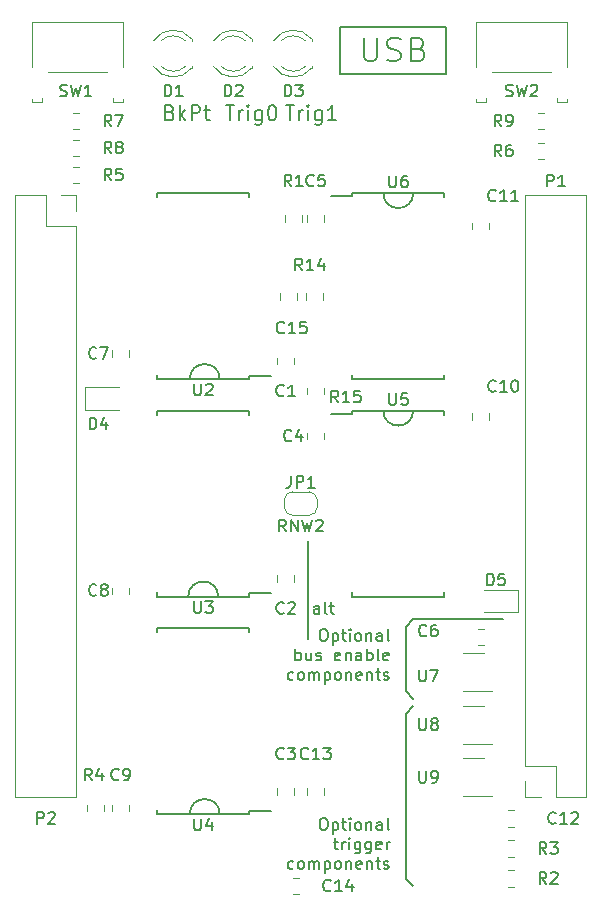
<source format=gto>
G04 #@! TF.GenerationSoftware,KiCad,Pcbnew,5.1.4-e60b266~84~ubuntu18.04.1*
G04 #@! TF.CreationDate,2019-09-22T15:45:03+01:00*
G04 #@! TF.ProjectId,6502_adapter,36353032-5f61-4646-9170-7465722e6b69,rev?*
G04 #@! TF.SameCoordinates,PX9fdfbc0PY791ddc0*
G04 #@! TF.FileFunction,Legend,Top*
G04 #@! TF.FilePolarity,Positive*
%FSLAX46Y46*%
G04 Gerber Fmt 4.6, Leading zero omitted, Abs format (unit mm)*
G04 Created by KiCad (PCBNEW 5.1.4-e60b266~84~ubuntu18.04.1) date 2019-09-22 15:45:03*
%MOMM*%
%LPD*%
G04 APERTURE LIST*
%ADD10C,0.150000*%
%ADD11C,0.200000*%
%ADD12C,0.120000*%
G04 APERTURE END LIST*
D10*
X26971666Y26852620D02*
X26971666Y27376429D01*
X26924047Y27471667D01*
X26828809Y27519286D01*
X26638333Y27519286D01*
X26543095Y27471667D01*
X26971666Y26900239D02*
X26876428Y26852620D01*
X26638333Y26852620D01*
X26543095Y26900239D01*
X26495476Y26995477D01*
X26495476Y27090715D01*
X26543095Y27185953D01*
X26638333Y27233572D01*
X26876428Y27233572D01*
X26971666Y27281191D01*
X27590714Y26852620D02*
X27495476Y26900239D01*
X27447857Y26995477D01*
X27447857Y27852620D01*
X27828809Y27519286D02*
X28209761Y27519286D01*
X27971666Y27852620D02*
X27971666Y26995477D01*
X28019285Y26900239D01*
X28114523Y26852620D01*
X28209761Y26852620D01*
X26035000Y33020000D02*
X26035000Y24765000D01*
X27239976Y25565620D02*
X27430452Y25565620D01*
X27525690Y25518000D01*
X27620928Y25422762D01*
X27668547Y25232286D01*
X27668547Y24898953D01*
X27620928Y24708477D01*
X27525690Y24613239D01*
X27430452Y24565620D01*
X27239976Y24565620D01*
X27144738Y24613239D01*
X27049500Y24708477D01*
X27001880Y24898953D01*
X27001880Y25232286D01*
X27049500Y25422762D01*
X27144738Y25518000D01*
X27239976Y25565620D01*
X28097119Y25232286D02*
X28097119Y24232286D01*
X28097119Y25184667D02*
X28192357Y25232286D01*
X28382833Y25232286D01*
X28478071Y25184667D01*
X28525690Y25137048D01*
X28573309Y25041810D01*
X28573309Y24756096D01*
X28525690Y24660858D01*
X28478071Y24613239D01*
X28382833Y24565620D01*
X28192357Y24565620D01*
X28097119Y24613239D01*
X28859023Y25232286D02*
X29239976Y25232286D01*
X29001880Y25565620D02*
X29001880Y24708477D01*
X29049500Y24613239D01*
X29144738Y24565620D01*
X29239976Y24565620D01*
X29573309Y24565620D02*
X29573309Y25232286D01*
X29573309Y25565620D02*
X29525690Y25518000D01*
X29573309Y25470381D01*
X29620928Y25518000D01*
X29573309Y25565620D01*
X29573309Y25470381D01*
X30192357Y24565620D02*
X30097119Y24613239D01*
X30049500Y24660858D01*
X30001880Y24756096D01*
X30001880Y25041810D01*
X30049500Y25137048D01*
X30097119Y25184667D01*
X30192357Y25232286D01*
X30335214Y25232286D01*
X30430452Y25184667D01*
X30478071Y25137048D01*
X30525690Y25041810D01*
X30525690Y24756096D01*
X30478071Y24660858D01*
X30430452Y24613239D01*
X30335214Y24565620D01*
X30192357Y24565620D01*
X30954261Y25232286D02*
X30954261Y24565620D01*
X30954261Y25137048D02*
X31001880Y25184667D01*
X31097119Y25232286D01*
X31239976Y25232286D01*
X31335214Y25184667D01*
X31382833Y25089429D01*
X31382833Y24565620D01*
X32287595Y24565620D02*
X32287595Y25089429D01*
X32239976Y25184667D01*
X32144738Y25232286D01*
X31954261Y25232286D01*
X31859023Y25184667D01*
X32287595Y24613239D02*
X32192357Y24565620D01*
X31954261Y24565620D01*
X31859023Y24613239D01*
X31811404Y24708477D01*
X31811404Y24803715D01*
X31859023Y24898953D01*
X31954261Y24946572D01*
X32192357Y24946572D01*
X32287595Y24994191D01*
X32906642Y24565620D02*
X32811404Y24613239D01*
X32763785Y24708477D01*
X32763785Y25565620D01*
X24954261Y22915620D02*
X24954261Y23915620D01*
X24954261Y23534667D02*
X25049500Y23582286D01*
X25239976Y23582286D01*
X25335214Y23534667D01*
X25382833Y23487048D01*
X25430452Y23391810D01*
X25430452Y23106096D01*
X25382833Y23010858D01*
X25335214Y22963239D01*
X25239976Y22915620D01*
X25049500Y22915620D01*
X24954261Y22963239D01*
X26287595Y23582286D02*
X26287595Y22915620D01*
X25859023Y23582286D02*
X25859023Y23058477D01*
X25906642Y22963239D01*
X26001880Y22915620D01*
X26144738Y22915620D01*
X26239976Y22963239D01*
X26287595Y23010858D01*
X26716166Y22963239D02*
X26811404Y22915620D01*
X27001880Y22915620D01*
X27097119Y22963239D01*
X27144738Y23058477D01*
X27144738Y23106096D01*
X27097119Y23201334D01*
X27001880Y23248953D01*
X26859023Y23248953D01*
X26763785Y23296572D01*
X26716166Y23391810D01*
X26716166Y23439429D01*
X26763785Y23534667D01*
X26859023Y23582286D01*
X27001880Y23582286D01*
X27097119Y23534667D01*
X28716166Y22963239D02*
X28620928Y22915620D01*
X28430452Y22915620D01*
X28335214Y22963239D01*
X28287595Y23058477D01*
X28287595Y23439429D01*
X28335214Y23534667D01*
X28430452Y23582286D01*
X28620928Y23582286D01*
X28716166Y23534667D01*
X28763785Y23439429D01*
X28763785Y23344191D01*
X28287595Y23248953D01*
X29192357Y23582286D02*
X29192357Y22915620D01*
X29192357Y23487048D02*
X29239976Y23534667D01*
X29335214Y23582286D01*
X29478071Y23582286D01*
X29573309Y23534667D01*
X29620928Y23439429D01*
X29620928Y22915620D01*
X30525690Y22915620D02*
X30525690Y23439429D01*
X30478071Y23534667D01*
X30382833Y23582286D01*
X30192357Y23582286D01*
X30097119Y23534667D01*
X30525690Y22963239D02*
X30430452Y22915620D01*
X30192357Y22915620D01*
X30097119Y22963239D01*
X30049500Y23058477D01*
X30049500Y23153715D01*
X30097119Y23248953D01*
X30192357Y23296572D01*
X30430452Y23296572D01*
X30525690Y23344191D01*
X31001880Y22915620D02*
X31001880Y23915620D01*
X31001880Y23534667D02*
X31097119Y23582286D01*
X31287595Y23582286D01*
X31382833Y23534667D01*
X31430452Y23487048D01*
X31478071Y23391810D01*
X31478071Y23106096D01*
X31430452Y23010858D01*
X31382833Y22963239D01*
X31287595Y22915620D01*
X31097119Y22915620D01*
X31001880Y22963239D01*
X32049500Y22915620D02*
X31954261Y22963239D01*
X31906642Y23058477D01*
X31906642Y23915620D01*
X32811404Y22963239D02*
X32716166Y22915620D01*
X32525690Y22915620D01*
X32430452Y22963239D01*
X32382833Y23058477D01*
X32382833Y23439429D01*
X32430452Y23534667D01*
X32525690Y23582286D01*
X32716166Y23582286D01*
X32811404Y23534667D01*
X32859023Y23439429D01*
X32859023Y23344191D01*
X32382833Y23248953D01*
X24763785Y21313239D02*
X24668547Y21265620D01*
X24478071Y21265620D01*
X24382833Y21313239D01*
X24335214Y21360858D01*
X24287595Y21456096D01*
X24287595Y21741810D01*
X24335214Y21837048D01*
X24382833Y21884667D01*
X24478071Y21932286D01*
X24668547Y21932286D01*
X24763785Y21884667D01*
X25335214Y21265620D02*
X25239976Y21313239D01*
X25192357Y21360858D01*
X25144738Y21456096D01*
X25144738Y21741810D01*
X25192357Y21837048D01*
X25239976Y21884667D01*
X25335214Y21932286D01*
X25478071Y21932286D01*
X25573309Y21884667D01*
X25620928Y21837048D01*
X25668547Y21741810D01*
X25668547Y21456096D01*
X25620928Y21360858D01*
X25573309Y21313239D01*
X25478071Y21265620D01*
X25335214Y21265620D01*
X26097119Y21265620D02*
X26097119Y21932286D01*
X26097119Y21837048D02*
X26144738Y21884667D01*
X26239976Y21932286D01*
X26382833Y21932286D01*
X26478071Y21884667D01*
X26525690Y21789429D01*
X26525690Y21265620D01*
X26525690Y21789429D02*
X26573309Y21884667D01*
X26668547Y21932286D01*
X26811404Y21932286D01*
X26906642Y21884667D01*
X26954261Y21789429D01*
X26954261Y21265620D01*
X27430452Y21932286D02*
X27430452Y20932286D01*
X27430452Y21884667D02*
X27525690Y21932286D01*
X27716166Y21932286D01*
X27811404Y21884667D01*
X27859023Y21837048D01*
X27906642Y21741810D01*
X27906642Y21456096D01*
X27859023Y21360858D01*
X27811404Y21313239D01*
X27716166Y21265620D01*
X27525690Y21265620D01*
X27430452Y21313239D01*
X28478071Y21265620D02*
X28382833Y21313239D01*
X28335214Y21360858D01*
X28287595Y21456096D01*
X28287595Y21741810D01*
X28335214Y21837048D01*
X28382833Y21884667D01*
X28478071Y21932286D01*
X28620928Y21932286D01*
X28716166Y21884667D01*
X28763785Y21837048D01*
X28811404Y21741810D01*
X28811404Y21456096D01*
X28763785Y21360858D01*
X28716166Y21313239D01*
X28620928Y21265620D01*
X28478071Y21265620D01*
X29239976Y21932286D02*
X29239976Y21265620D01*
X29239976Y21837048D02*
X29287595Y21884667D01*
X29382833Y21932286D01*
X29525690Y21932286D01*
X29620928Y21884667D01*
X29668547Y21789429D01*
X29668547Y21265620D01*
X30525690Y21313239D02*
X30430452Y21265620D01*
X30239976Y21265620D01*
X30144738Y21313239D01*
X30097119Y21408477D01*
X30097119Y21789429D01*
X30144738Y21884667D01*
X30239976Y21932286D01*
X30430452Y21932286D01*
X30525690Y21884667D01*
X30573309Y21789429D01*
X30573309Y21694191D01*
X30097119Y21598953D01*
X31001880Y21932286D02*
X31001880Y21265620D01*
X31001880Y21837048D02*
X31049500Y21884667D01*
X31144738Y21932286D01*
X31287595Y21932286D01*
X31382833Y21884667D01*
X31430452Y21789429D01*
X31430452Y21265620D01*
X31763785Y21932286D02*
X32144738Y21932286D01*
X31906642Y22265620D02*
X31906642Y21408477D01*
X31954261Y21313239D01*
X32049500Y21265620D01*
X32144738Y21265620D01*
X32430452Y21313239D02*
X32525690Y21265620D01*
X32716166Y21265620D01*
X32811404Y21313239D01*
X32859023Y21408477D01*
X32859023Y21456096D01*
X32811404Y21551334D01*
X32716166Y21598953D01*
X32573309Y21598953D01*
X32478071Y21646572D01*
X32430452Y21741810D01*
X32430452Y21789429D01*
X32478071Y21884667D01*
X32573309Y21932286D01*
X32716166Y21932286D01*
X32811404Y21884667D01*
X34290000Y20320000D02*
X34290000Y25781000D01*
X34925000Y19685000D02*
X34290000Y20320000D01*
X34925000Y19050000D02*
X34290000Y18415000D01*
X34925000Y26416000D02*
X42545000Y26416000D01*
X27239976Y9563620D02*
X27430452Y9563620D01*
X27525690Y9516000D01*
X27620928Y9420762D01*
X27668547Y9230286D01*
X27668547Y8896953D01*
X27620928Y8706477D01*
X27525690Y8611239D01*
X27430452Y8563620D01*
X27239976Y8563620D01*
X27144738Y8611239D01*
X27049500Y8706477D01*
X27001880Y8896953D01*
X27001880Y9230286D01*
X27049500Y9420762D01*
X27144738Y9516000D01*
X27239976Y9563620D01*
X28097119Y9230286D02*
X28097119Y8230286D01*
X28097119Y9182667D02*
X28192357Y9230286D01*
X28382833Y9230286D01*
X28478071Y9182667D01*
X28525690Y9135048D01*
X28573309Y9039810D01*
X28573309Y8754096D01*
X28525690Y8658858D01*
X28478071Y8611239D01*
X28382833Y8563620D01*
X28192357Y8563620D01*
X28097119Y8611239D01*
X28859023Y9230286D02*
X29239976Y9230286D01*
X29001880Y9563620D02*
X29001880Y8706477D01*
X29049500Y8611239D01*
X29144738Y8563620D01*
X29239976Y8563620D01*
X29573309Y8563620D02*
X29573309Y9230286D01*
X29573309Y9563620D02*
X29525690Y9516000D01*
X29573309Y9468381D01*
X29620928Y9516000D01*
X29573309Y9563620D01*
X29573309Y9468381D01*
X30192357Y8563620D02*
X30097119Y8611239D01*
X30049500Y8658858D01*
X30001880Y8754096D01*
X30001880Y9039810D01*
X30049500Y9135048D01*
X30097119Y9182667D01*
X30192357Y9230286D01*
X30335214Y9230286D01*
X30430452Y9182667D01*
X30478071Y9135048D01*
X30525690Y9039810D01*
X30525690Y8754096D01*
X30478071Y8658858D01*
X30430452Y8611239D01*
X30335214Y8563620D01*
X30192357Y8563620D01*
X30954261Y9230286D02*
X30954261Y8563620D01*
X30954261Y9135048D02*
X31001880Y9182667D01*
X31097119Y9230286D01*
X31239976Y9230286D01*
X31335214Y9182667D01*
X31382833Y9087429D01*
X31382833Y8563620D01*
X32287595Y8563620D02*
X32287595Y9087429D01*
X32239976Y9182667D01*
X32144738Y9230286D01*
X31954261Y9230286D01*
X31859023Y9182667D01*
X32287595Y8611239D02*
X32192357Y8563620D01*
X31954261Y8563620D01*
X31859023Y8611239D01*
X31811404Y8706477D01*
X31811404Y8801715D01*
X31859023Y8896953D01*
X31954261Y8944572D01*
X32192357Y8944572D01*
X32287595Y8992191D01*
X32906642Y8563620D02*
X32811404Y8611239D01*
X32763785Y8706477D01*
X32763785Y9563620D01*
X28192357Y7580286D02*
X28573309Y7580286D01*
X28335214Y7913620D02*
X28335214Y7056477D01*
X28382833Y6961239D01*
X28478071Y6913620D01*
X28573309Y6913620D01*
X28906642Y6913620D02*
X28906642Y7580286D01*
X28906642Y7389810D02*
X28954261Y7485048D01*
X29001880Y7532667D01*
X29097119Y7580286D01*
X29192357Y7580286D01*
X29525690Y6913620D02*
X29525690Y7580286D01*
X29525690Y7913620D02*
X29478071Y7866000D01*
X29525690Y7818381D01*
X29573309Y7866000D01*
X29525690Y7913620D01*
X29525690Y7818381D01*
X30430452Y7580286D02*
X30430452Y6770762D01*
X30382833Y6675524D01*
X30335214Y6627905D01*
X30239976Y6580286D01*
X30097119Y6580286D01*
X30001880Y6627905D01*
X30430452Y6961239D02*
X30335214Y6913620D01*
X30144738Y6913620D01*
X30049500Y6961239D01*
X30001880Y7008858D01*
X29954261Y7104096D01*
X29954261Y7389810D01*
X30001880Y7485048D01*
X30049500Y7532667D01*
X30144738Y7580286D01*
X30335214Y7580286D01*
X30430452Y7532667D01*
X31335214Y7580286D02*
X31335214Y6770762D01*
X31287595Y6675524D01*
X31239976Y6627905D01*
X31144738Y6580286D01*
X31001880Y6580286D01*
X30906642Y6627905D01*
X31335214Y6961239D02*
X31239976Y6913620D01*
X31049500Y6913620D01*
X30954261Y6961239D01*
X30906642Y7008858D01*
X30859023Y7104096D01*
X30859023Y7389810D01*
X30906642Y7485048D01*
X30954261Y7532667D01*
X31049500Y7580286D01*
X31239976Y7580286D01*
X31335214Y7532667D01*
X32192357Y6961239D02*
X32097119Y6913620D01*
X31906642Y6913620D01*
X31811404Y6961239D01*
X31763785Y7056477D01*
X31763785Y7437429D01*
X31811404Y7532667D01*
X31906642Y7580286D01*
X32097119Y7580286D01*
X32192357Y7532667D01*
X32239976Y7437429D01*
X32239976Y7342191D01*
X31763785Y7246953D01*
X32668547Y6913620D02*
X32668547Y7580286D01*
X32668547Y7389810D02*
X32716166Y7485048D01*
X32763785Y7532667D01*
X32859023Y7580286D01*
X32954261Y7580286D01*
X24763785Y5311239D02*
X24668547Y5263620D01*
X24478071Y5263620D01*
X24382833Y5311239D01*
X24335214Y5358858D01*
X24287595Y5454096D01*
X24287595Y5739810D01*
X24335214Y5835048D01*
X24382833Y5882667D01*
X24478071Y5930286D01*
X24668547Y5930286D01*
X24763785Y5882667D01*
X25335214Y5263620D02*
X25239976Y5311239D01*
X25192357Y5358858D01*
X25144738Y5454096D01*
X25144738Y5739810D01*
X25192357Y5835048D01*
X25239976Y5882667D01*
X25335214Y5930286D01*
X25478071Y5930286D01*
X25573309Y5882667D01*
X25620928Y5835048D01*
X25668547Y5739810D01*
X25668547Y5454096D01*
X25620928Y5358858D01*
X25573309Y5311239D01*
X25478071Y5263620D01*
X25335214Y5263620D01*
X26097119Y5263620D02*
X26097119Y5930286D01*
X26097119Y5835048D02*
X26144738Y5882667D01*
X26239976Y5930286D01*
X26382833Y5930286D01*
X26478071Y5882667D01*
X26525690Y5787429D01*
X26525690Y5263620D01*
X26525690Y5787429D02*
X26573309Y5882667D01*
X26668547Y5930286D01*
X26811404Y5930286D01*
X26906642Y5882667D01*
X26954261Y5787429D01*
X26954261Y5263620D01*
X27430452Y5930286D02*
X27430452Y4930286D01*
X27430452Y5882667D02*
X27525690Y5930286D01*
X27716166Y5930286D01*
X27811404Y5882667D01*
X27859023Y5835048D01*
X27906642Y5739810D01*
X27906642Y5454096D01*
X27859023Y5358858D01*
X27811404Y5311239D01*
X27716166Y5263620D01*
X27525690Y5263620D01*
X27430452Y5311239D01*
X28478071Y5263620D02*
X28382833Y5311239D01*
X28335214Y5358858D01*
X28287595Y5454096D01*
X28287595Y5739810D01*
X28335214Y5835048D01*
X28382833Y5882667D01*
X28478071Y5930286D01*
X28620928Y5930286D01*
X28716166Y5882667D01*
X28763785Y5835048D01*
X28811404Y5739810D01*
X28811404Y5454096D01*
X28763785Y5358858D01*
X28716166Y5311239D01*
X28620928Y5263620D01*
X28478071Y5263620D01*
X29239976Y5930286D02*
X29239976Y5263620D01*
X29239976Y5835048D02*
X29287595Y5882667D01*
X29382833Y5930286D01*
X29525690Y5930286D01*
X29620928Y5882667D01*
X29668547Y5787429D01*
X29668547Y5263620D01*
X30525690Y5311239D02*
X30430452Y5263620D01*
X30239976Y5263620D01*
X30144738Y5311239D01*
X30097119Y5406477D01*
X30097119Y5787429D01*
X30144738Y5882667D01*
X30239976Y5930286D01*
X30430452Y5930286D01*
X30525690Y5882667D01*
X30573309Y5787429D01*
X30573309Y5692191D01*
X30097119Y5596953D01*
X31001880Y5930286D02*
X31001880Y5263620D01*
X31001880Y5835048D02*
X31049500Y5882667D01*
X31144738Y5930286D01*
X31287595Y5930286D01*
X31382833Y5882667D01*
X31430452Y5787429D01*
X31430452Y5263620D01*
X31763785Y5930286D02*
X32144738Y5930286D01*
X31906642Y6263620D02*
X31906642Y5406477D01*
X31954261Y5311239D01*
X32049500Y5263620D01*
X32144738Y5263620D01*
X32430452Y5311239D02*
X32525690Y5263620D01*
X32716166Y5263620D01*
X32811404Y5311239D01*
X32859023Y5406477D01*
X32859023Y5454096D01*
X32811404Y5549334D01*
X32716166Y5596953D01*
X32573309Y5596953D01*
X32478071Y5644572D01*
X32430452Y5739810D01*
X32430452Y5787429D01*
X32478071Y5882667D01*
X32573309Y5930286D01*
X32716166Y5930286D01*
X32811404Y5882667D01*
X34290000Y4445000D02*
X34925000Y3810000D01*
X34290000Y18415000D02*
X34290000Y4445000D01*
X34925000Y26416000D02*
X34290000Y25781000D01*
X24138095Y33837620D02*
X23804761Y34313810D01*
X23566666Y33837620D02*
X23566666Y34837620D01*
X23947619Y34837620D01*
X24042857Y34790000D01*
X24090476Y34742381D01*
X24138095Y34647143D01*
X24138095Y34504286D01*
X24090476Y34409048D01*
X24042857Y34361429D01*
X23947619Y34313810D01*
X23566666Y34313810D01*
X24566666Y33837620D02*
X24566666Y34837620D01*
X25138095Y33837620D01*
X25138095Y34837620D01*
X25519047Y34837620D02*
X25757142Y33837620D01*
X25947619Y34551905D01*
X26138095Y33837620D01*
X26376190Y34837620D01*
X26709523Y34742381D02*
X26757142Y34790000D01*
X26852380Y34837620D01*
X27090476Y34837620D01*
X27185714Y34790000D01*
X27233333Y34742381D01*
X27280952Y34647143D01*
X27280952Y34551905D01*
X27233333Y34409048D01*
X26661904Y33837620D01*
X27280952Y33837620D01*
X16002000Y46736000D02*
G75*
G02X18542000Y46736000I1270000J0D01*
G01*
X16002000Y9906000D02*
G75*
G02X18542000Y9906000I1270000J0D01*
G01*
X15875000Y28321000D02*
G75*
G02X18415000Y28321000I1270000J0D01*
G01*
X34925000Y44069000D02*
G75*
G02X32385000Y44069000I-1270000J0D01*
G01*
X34925000Y62484000D02*
G75*
G02X32385000Y62484000I-1270000J0D01*
G01*
D11*
X14306285Y69304286D02*
X14484857Y69244762D01*
X14544380Y69185239D01*
X14603904Y69066191D01*
X14603904Y68887620D01*
X14544380Y68768572D01*
X14484857Y68709048D01*
X14365809Y68649524D01*
X13889619Y68649524D01*
X13889619Y69899524D01*
X14306285Y69899524D01*
X14425333Y69840000D01*
X14484857Y69780477D01*
X14544380Y69661429D01*
X14544380Y69542381D01*
X14484857Y69423334D01*
X14425333Y69363810D01*
X14306285Y69304286D01*
X13889619Y69304286D01*
X15139619Y68649524D02*
X15139619Y69899524D01*
X15258666Y69125715D02*
X15615809Y68649524D01*
X15615809Y69482858D02*
X15139619Y69006667D01*
X16151523Y68649524D02*
X16151523Y69899524D01*
X16627714Y69899524D01*
X16746761Y69840000D01*
X16806285Y69780477D01*
X16865809Y69661429D01*
X16865809Y69482858D01*
X16806285Y69363810D01*
X16746761Y69304286D01*
X16627714Y69244762D01*
X16151523Y69244762D01*
X17222952Y69482858D02*
X17699142Y69482858D01*
X17401523Y69899524D02*
X17401523Y68828096D01*
X17461047Y68709048D01*
X17580095Y68649524D01*
X17699142Y68649524D01*
X24125047Y69899524D02*
X24839333Y69899524D01*
X24482190Y68649524D02*
X24482190Y69899524D01*
X25256000Y68649524D02*
X25256000Y69482858D01*
X25256000Y69244762D02*
X25315523Y69363810D01*
X25375047Y69423334D01*
X25494095Y69482858D01*
X25613142Y69482858D01*
X26029809Y68649524D02*
X26029809Y69482858D01*
X26029809Y69899524D02*
X25970285Y69840000D01*
X26029809Y69780477D01*
X26089333Y69840000D01*
X26029809Y69899524D01*
X26029809Y69780477D01*
X27160761Y69482858D02*
X27160761Y68470953D01*
X27101238Y68351905D01*
X27041714Y68292381D01*
X26922666Y68232858D01*
X26744095Y68232858D01*
X26625047Y68292381D01*
X27160761Y68709048D02*
X27041714Y68649524D01*
X26803619Y68649524D01*
X26684571Y68709048D01*
X26625047Y68768572D01*
X26565523Y68887620D01*
X26565523Y69244762D01*
X26625047Y69363810D01*
X26684571Y69423334D01*
X26803619Y69482858D01*
X27041714Y69482858D01*
X27160761Y69423334D01*
X28410761Y68649524D02*
X27696476Y68649524D01*
X28053619Y68649524D02*
X28053619Y69899524D01*
X27934571Y69720953D01*
X27815523Y69601905D01*
X27696476Y69542381D01*
X19045047Y69899524D02*
X19759333Y69899524D01*
X19402190Y68649524D02*
X19402190Y69899524D01*
X20176000Y68649524D02*
X20176000Y69482858D01*
X20176000Y69244762D02*
X20235523Y69363810D01*
X20295047Y69423334D01*
X20414095Y69482858D01*
X20533142Y69482858D01*
X20949809Y68649524D02*
X20949809Y69482858D01*
X20949809Y69899524D02*
X20890285Y69840000D01*
X20949809Y69780477D01*
X21009333Y69840000D01*
X20949809Y69899524D01*
X20949809Y69780477D01*
X22080761Y69482858D02*
X22080761Y68470953D01*
X22021238Y68351905D01*
X21961714Y68292381D01*
X21842666Y68232858D01*
X21664095Y68232858D01*
X21545047Y68292381D01*
X22080761Y68709048D02*
X21961714Y68649524D01*
X21723619Y68649524D01*
X21604571Y68709048D01*
X21545047Y68768572D01*
X21485523Y68887620D01*
X21485523Y69244762D01*
X21545047Y69363810D01*
X21604571Y69423334D01*
X21723619Y69482858D01*
X21961714Y69482858D01*
X22080761Y69423334D01*
X22914095Y69899524D02*
X23033142Y69899524D01*
X23152190Y69840000D01*
X23211714Y69780477D01*
X23271238Y69661429D01*
X23330761Y69423334D01*
X23330761Y69125715D01*
X23271238Y68887620D01*
X23211714Y68768572D01*
X23152190Y68709048D01*
X23033142Y68649524D01*
X22914095Y68649524D01*
X22795047Y68709048D01*
X22735523Y68768572D01*
X22676000Y68887620D01*
X22616476Y69125715D01*
X22616476Y69423334D01*
X22676000Y69661429D01*
X22735523Y69780477D01*
X22795047Y69840000D01*
X22914095Y69899524D01*
X30716190Y75635239D02*
X30716190Y74016191D01*
X30811428Y73825715D01*
X30906666Y73730477D01*
X31097142Y73635239D01*
X31478095Y73635239D01*
X31668571Y73730477D01*
X31763809Y73825715D01*
X31859047Y74016191D01*
X31859047Y75635239D01*
X32716190Y73730477D02*
X33001904Y73635239D01*
X33478095Y73635239D01*
X33668571Y73730477D01*
X33763809Y73825715D01*
X33859047Y74016191D01*
X33859047Y74206667D01*
X33763809Y74397143D01*
X33668571Y74492381D01*
X33478095Y74587620D01*
X33097142Y74682858D01*
X32906666Y74778096D01*
X32811428Y74873334D01*
X32716190Y75063810D01*
X32716190Y75254286D01*
X32811428Y75444762D01*
X32906666Y75540000D01*
X33097142Y75635239D01*
X33573333Y75635239D01*
X33859047Y75540000D01*
X35382857Y74682858D02*
X35668571Y74587620D01*
X35763809Y74492381D01*
X35859047Y74301905D01*
X35859047Y74016191D01*
X35763809Y73825715D01*
X35668571Y73730477D01*
X35478095Y73635239D01*
X34716190Y73635239D01*
X34716190Y75635239D01*
X35382857Y75635239D01*
X35573333Y75540000D01*
X35668571Y75444762D01*
X35763809Y75254286D01*
X35763809Y75063810D01*
X35668571Y74873334D01*
X35573333Y74778096D01*
X35382857Y74682858D01*
X34716190Y74682858D01*
D10*
X28740000Y72540000D02*
X28740000Y76540000D01*
X37740000Y72540000D02*
X28740000Y72540000D01*
X37740000Y76540000D02*
X37740000Y72540000D01*
X28740000Y76540000D02*
X37740000Y76540000D01*
D12*
X27253000Y53468748D02*
X27253000Y53991252D01*
X25833000Y53468748D02*
X25833000Y53991252D01*
X25094000Y53468748D02*
X25094000Y53991252D01*
X23674000Y53468748D02*
X23674000Y53991252D01*
X42918748Y7695000D02*
X43441252Y7695000D01*
X42918748Y6275000D02*
X43441252Y6275000D01*
D10*
X21020000Y47010000D02*
X22845000Y47010000D01*
X21020000Y62485000D02*
X13270000Y62485000D01*
X21020000Y46735000D02*
X13270000Y46735000D01*
X21020000Y62485000D02*
X21020000Y62120000D01*
X13270000Y62485000D02*
X13270000Y62120000D01*
X13270000Y46735000D02*
X13270000Y47100000D01*
X21020000Y46735000D02*
X21020000Y47010000D01*
D12*
X24700000Y37195000D02*
X26100000Y37195000D01*
X26800000Y36495000D02*
X26800000Y35895000D01*
X26100000Y35195000D02*
X24700000Y35195000D01*
X24000000Y35895000D02*
X24000000Y36495000D01*
X24000000Y36495000D02*
G75*
G02X24700000Y37195000I700000J0D01*
G01*
X24700000Y35195000D02*
G75*
G02X24000000Y35895000I0J700000D01*
G01*
X26800000Y35895000D02*
G75*
G02X26100000Y35195000I-700000J0D01*
G01*
X26100000Y37195000D02*
G75*
G02X26800000Y36495000I0J-700000D01*
G01*
X42918748Y8815000D02*
X43441252Y8815000D01*
X42918748Y10235000D02*
X43441252Y10235000D01*
X40378748Y24182000D02*
X40901252Y24182000D01*
X40378748Y25602000D02*
X40901252Y25602000D01*
X47085000Y70175000D02*
X47085000Y70525000D01*
X47975000Y70175000D02*
X47085000Y70175000D01*
X47975000Y70475000D02*
X47975000Y70175000D01*
X47975000Y73115000D02*
X47975000Y76965000D01*
X47975000Y76965000D02*
X40235000Y76965000D01*
X40235000Y76965000D02*
X40235000Y73115000D01*
X41615000Y72725000D02*
X46595000Y72725000D01*
X41125000Y70175000D02*
X40235000Y70175000D01*
X41125000Y70175000D02*
X41125000Y70525000D01*
X40235000Y70475000D02*
X40235000Y70175000D01*
X9484500Y70175000D02*
X9484500Y70525000D01*
X10374500Y70175000D02*
X9484500Y70175000D01*
X10374500Y70475000D02*
X10374500Y70175000D01*
X10374500Y73115000D02*
X10374500Y76965000D01*
X10374500Y76965000D02*
X2634500Y76965000D01*
X2634500Y76965000D02*
X2634500Y73115000D01*
X4014500Y72725000D02*
X8994500Y72725000D01*
X3524500Y70175000D02*
X2634500Y70175000D01*
X3524500Y70175000D02*
X3524500Y70525000D01*
X2634500Y70475000D02*
X2634500Y70175000D01*
X21245000Y75375000D02*
X21245000Y75531000D01*
X21245000Y73059000D02*
X21245000Y73215000D01*
X18643870Y75374837D02*
G75*
G02X20725961Y75375000I1041130J-1079837D01*
G01*
X18643870Y73215163D02*
G75*
G03X20725961Y73215000I1041130J1079837D01*
G01*
X18012665Y75373608D02*
G75*
G02X21245000Y75530516I1672335J-1078608D01*
G01*
X18012665Y73216392D02*
G75*
G03X21245000Y73059484I1672335J1078608D01*
G01*
X26325000Y75375000D02*
X26325000Y75531000D01*
X26325000Y73059000D02*
X26325000Y73215000D01*
X23723870Y75374837D02*
G75*
G02X25805961Y75375000I1041130J-1079837D01*
G01*
X23723870Y73215163D02*
G75*
G03X25805961Y73215000I1041130J1079837D01*
G01*
X23092665Y75373608D02*
G75*
G02X26325000Y75530516I1672335J-1078608D01*
G01*
X23092665Y73216392D02*
G75*
G03X26325000Y73059484I1672335J1078608D01*
G01*
X16165000Y75375000D02*
X16165000Y75531000D01*
X16165000Y73059000D02*
X16165000Y73215000D01*
X13563870Y75374837D02*
G75*
G02X15645961Y75375000I1041130J-1079837D01*
G01*
X13563870Y73215163D02*
G75*
G03X15645961Y73215000I1041130J1079837D01*
G01*
X12932665Y75373608D02*
G75*
G02X16165000Y75530516I1672335J-1078608D01*
G01*
X12932665Y73216392D02*
G75*
G03X16165000Y73059484I1672335J1078608D01*
G01*
X5080000Y62290000D02*
X6410000Y62290000D01*
X6410000Y62290000D02*
X6410000Y60960000D01*
X3810000Y62290000D02*
X3810000Y59690000D01*
X3810000Y59690000D02*
X6410000Y59690000D01*
X6410000Y59690000D02*
X6410000Y11370000D01*
X1210000Y11370000D02*
X6410000Y11370000D01*
X1210000Y62290000D02*
X1210000Y11370000D01*
X1210000Y62290000D02*
X3810000Y62290000D01*
X45720000Y11370000D02*
X44390000Y11370000D01*
X44390000Y11370000D02*
X44390000Y12700000D01*
X46990000Y11370000D02*
X46990000Y13970000D01*
X46990000Y13970000D02*
X44390000Y13970000D01*
X44390000Y13970000D02*
X44390000Y62290000D01*
X49590000Y62290000D02*
X44390000Y62290000D01*
X49590000Y11370000D02*
X49590000Y62290000D01*
X49590000Y11370000D02*
X46990000Y11370000D01*
X39105000Y11405000D02*
X41555000Y11405000D01*
X40905000Y14625000D02*
X39105000Y14625000D01*
X39105000Y15850000D02*
X41555000Y15850000D01*
X40905000Y19070000D02*
X39105000Y19070000D01*
X39105000Y20300000D02*
X41555000Y20300000D01*
X40905000Y23520000D02*
X39105000Y23520000D01*
X45981252Y69290000D02*
X45458748Y69290000D01*
X45981252Y67870000D02*
X45458748Y67870000D01*
X6088748Y65584000D02*
X6611252Y65584000D01*
X6088748Y67004000D02*
X6611252Y67004000D01*
X6088748Y67870000D02*
X6611252Y67870000D01*
X6088748Y69290000D02*
X6611252Y69290000D01*
X45458748Y65330000D02*
X45981252Y65330000D01*
X45458748Y66750000D02*
X45981252Y66750000D01*
X6611252Y64718000D02*
X6088748Y64718000D01*
X6611252Y63298000D02*
X6088748Y63298000D01*
X7291000Y10666252D02*
X7291000Y10143748D01*
X8711000Y10666252D02*
X8711000Y10143748D01*
X42918748Y5155000D02*
X43441252Y5155000D01*
X42918748Y3735000D02*
X43441252Y3735000D01*
X27380000Y45458748D02*
X27380000Y45981252D01*
X25960000Y45458748D02*
X25960000Y45981252D01*
X43770000Y28900000D02*
X40910000Y28900000D01*
X43770000Y26980000D02*
X43770000Y28900000D01*
X40910000Y26980000D02*
X43770000Y26980000D01*
X7148000Y44125000D02*
X10008000Y44125000D01*
X7148000Y46045000D02*
X7148000Y44125000D01*
X10008000Y46045000D02*
X7148000Y46045000D01*
X24055000Y60586252D02*
X24055000Y60063748D01*
X25475000Y60586252D02*
X25475000Y60063748D01*
X25271252Y4520000D02*
X24748748Y4520000D01*
X25271252Y3100000D02*
X24748748Y3100000D01*
X39930000Y59951252D02*
X39930000Y59428748D01*
X41350000Y59951252D02*
X41350000Y59428748D01*
X41350000Y43308748D02*
X41350000Y43831252D01*
X39930000Y43308748D02*
X39930000Y43831252D01*
X9450000Y10666252D02*
X9450000Y10143748D01*
X10870000Y10666252D02*
X10870000Y10143748D01*
X9450000Y29081252D02*
X9450000Y28558748D01*
X10870000Y29081252D02*
X10870000Y28558748D01*
X10870000Y48633748D02*
X10870000Y49156252D01*
X9450000Y48633748D02*
X9450000Y49156252D01*
X27380000Y11558748D02*
X27380000Y12081252D01*
X25960000Y11558748D02*
X25960000Y12081252D01*
X25960000Y60586252D02*
X25960000Y60063748D01*
X27380000Y60586252D02*
X27380000Y60063748D01*
X25960000Y42171252D02*
X25960000Y41648748D01*
X27380000Y42171252D02*
X27380000Y41648748D01*
X24840000Y11558748D02*
X24840000Y12081252D01*
X23420000Y11558748D02*
X23420000Y12081252D01*
X24840000Y29583748D02*
X24840000Y30106252D01*
X23420000Y29583748D02*
X23420000Y30106252D01*
X24840000Y47998748D02*
X24840000Y48521252D01*
X23420000Y47998748D02*
X23420000Y48521252D01*
D10*
X21020000Y28595000D02*
X22845000Y28595000D01*
X21020000Y44070000D02*
X13270000Y44070000D01*
X21020000Y28320000D02*
X13270000Y28320000D01*
X21020000Y44070000D02*
X21020000Y43705000D01*
X13270000Y44070000D02*
X13270000Y43705000D01*
X13270000Y28320000D02*
X13270000Y28685000D01*
X21020000Y28320000D02*
X21020000Y28595000D01*
X21020000Y10180000D02*
X22845000Y10180000D01*
X21020000Y25655000D02*
X13270000Y25655000D01*
X21020000Y9905000D02*
X13270000Y9905000D01*
X21020000Y25655000D02*
X21020000Y25290000D01*
X13270000Y25655000D02*
X13270000Y25290000D01*
X13270000Y9905000D02*
X13270000Y10270000D01*
X21020000Y9905000D02*
X21020000Y10180000D01*
X29780000Y43795000D02*
X27955000Y43795000D01*
X29780000Y28320000D02*
X37530000Y28320000D01*
X29780000Y44070000D02*
X37530000Y44070000D01*
X29780000Y28320000D02*
X29780000Y28685000D01*
X37530000Y28320000D02*
X37530000Y28685000D01*
X37530000Y44070000D02*
X37530000Y43705000D01*
X29780000Y44070000D02*
X29780000Y43795000D01*
X29780000Y62210000D02*
X27955000Y62210000D01*
X29780000Y46735000D02*
X37530000Y46735000D01*
X29780000Y62485000D02*
X37530000Y62485000D01*
X29780000Y46735000D02*
X29780000Y47100000D01*
X37530000Y46735000D02*
X37530000Y47100000D01*
X37530000Y62485000D02*
X37530000Y62120000D01*
X29780000Y62485000D02*
X29780000Y62210000D01*
X25519142Y55935620D02*
X25185809Y56411810D01*
X24947714Y55935620D02*
X24947714Y56935620D01*
X25328666Y56935620D01*
X25423904Y56888000D01*
X25471523Y56840381D01*
X25519142Y56745143D01*
X25519142Y56602286D01*
X25471523Y56507048D01*
X25423904Y56459429D01*
X25328666Y56411810D01*
X24947714Y56411810D01*
X26471523Y55935620D02*
X25900095Y55935620D01*
X26185809Y55935620D02*
X26185809Y56935620D01*
X26090571Y56792762D01*
X25995333Y56697524D01*
X25900095Y56649905D01*
X27328666Y56602286D02*
X27328666Y55935620D01*
X27090571Y56983239D02*
X26852476Y56268953D01*
X27471523Y56268953D01*
X23995142Y50696858D02*
X23947523Y50649239D01*
X23804666Y50601620D01*
X23709428Y50601620D01*
X23566571Y50649239D01*
X23471333Y50744477D01*
X23423714Y50839715D01*
X23376095Y51030191D01*
X23376095Y51173048D01*
X23423714Y51363524D01*
X23471333Y51458762D01*
X23566571Y51554000D01*
X23709428Y51601620D01*
X23804666Y51601620D01*
X23947523Y51554000D01*
X23995142Y51506381D01*
X24947523Y50601620D02*
X24376095Y50601620D01*
X24661809Y50601620D02*
X24661809Y51601620D01*
X24566571Y51458762D01*
X24471333Y51363524D01*
X24376095Y51315905D01*
X25852285Y51601620D02*
X25376095Y51601620D01*
X25328476Y51125429D01*
X25376095Y51173048D01*
X25471333Y51220667D01*
X25709428Y51220667D01*
X25804666Y51173048D01*
X25852285Y51125429D01*
X25899904Y51030191D01*
X25899904Y50792096D01*
X25852285Y50696858D01*
X25804666Y50649239D01*
X25709428Y50601620D01*
X25471333Y50601620D01*
X25376095Y50649239D01*
X25328476Y50696858D01*
X46188333Y6532620D02*
X45855000Y7008810D01*
X45616904Y6532620D02*
X45616904Y7532620D01*
X45997857Y7532620D01*
X46093095Y7485000D01*
X46140714Y7437381D01*
X46188333Y7342143D01*
X46188333Y7199286D01*
X46140714Y7104048D01*
X46093095Y7056429D01*
X45997857Y7008810D01*
X45616904Y7008810D01*
X46521666Y7532620D02*
X47140714Y7532620D01*
X46807380Y7151667D01*
X46950238Y7151667D01*
X47045476Y7104048D01*
X47093095Y7056429D01*
X47140714Y6961191D01*
X47140714Y6723096D01*
X47093095Y6627858D01*
X47045476Y6580239D01*
X46950238Y6532620D01*
X46664523Y6532620D01*
X46569285Y6580239D01*
X46521666Y6627858D01*
X16383095Y46357620D02*
X16383095Y45548096D01*
X16430714Y45452858D01*
X16478333Y45405239D01*
X16573571Y45357620D01*
X16764047Y45357620D01*
X16859285Y45405239D01*
X16906904Y45452858D01*
X16954523Y45548096D01*
X16954523Y46357620D01*
X17383095Y46262381D02*
X17430714Y46310000D01*
X17525952Y46357620D01*
X17764047Y46357620D01*
X17859285Y46310000D01*
X17906904Y46262381D01*
X17954523Y46167143D01*
X17954523Y46071905D01*
X17906904Y45929048D01*
X17335476Y45357620D01*
X17954523Y45357620D01*
X24566666Y38542620D02*
X24566666Y37828334D01*
X24519047Y37685477D01*
X24423809Y37590239D01*
X24280952Y37542620D01*
X24185714Y37542620D01*
X25042857Y37542620D02*
X25042857Y38542620D01*
X25423809Y38542620D01*
X25519047Y38495000D01*
X25566666Y38447381D01*
X25614285Y38352143D01*
X25614285Y38209286D01*
X25566666Y38114048D01*
X25519047Y38066429D01*
X25423809Y38018810D01*
X25042857Y38018810D01*
X26566666Y37542620D02*
X25995238Y37542620D01*
X26280952Y37542620D02*
X26280952Y38542620D01*
X26185714Y38399762D01*
X26090476Y38304524D01*
X25995238Y38256905D01*
X46982142Y9167858D02*
X46934523Y9120239D01*
X46791666Y9072620D01*
X46696428Y9072620D01*
X46553571Y9120239D01*
X46458333Y9215477D01*
X46410714Y9310715D01*
X46363095Y9501191D01*
X46363095Y9644048D01*
X46410714Y9834524D01*
X46458333Y9929762D01*
X46553571Y10025000D01*
X46696428Y10072620D01*
X46791666Y10072620D01*
X46934523Y10025000D01*
X46982142Y9977381D01*
X47934523Y9072620D02*
X47363095Y9072620D01*
X47648809Y9072620D02*
X47648809Y10072620D01*
X47553571Y9929762D01*
X47458333Y9834524D01*
X47363095Y9786905D01*
X48315476Y9977381D02*
X48363095Y10025000D01*
X48458333Y10072620D01*
X48696428Y10072620D01*
X48791666Y10025000D01*
X48839285Y9977381D01*
X48886904Y9882143D01*
X48886904Y9786905D01*
X48839285Y9644048D01*
X48267857Y9072620D01*
X48886904Y9072620D01*
X36028333Y25042858D02*
X35980714Y24995239D01*
X35837857Y24947620D01*
X35742619Y24947620D01*
X35599761Y24995239D01*
X35504523Y25090477D01*
X35456904Y25185715D01*
X35409285Y25376191D01*
X35409285Y25519048D01*
X35456904Y25709524D01*
X35504523Y25804762D01*
X35599761Y25900000D01*
X35742619Y25947620D01*
X35837857Y25947620D01*
X35980714Y25900000D01*
X36028333Y25852381D01*
X36885476Y25947620D02*
X36695000Y25947620D01*
X36599761Y25900000D01*
X36552142Y25852381D01*
X36456904Y25709524D01*
X36409285Y25519048D01*
X36409285Y25138096D01*
X36456904Y25042858D01*
X36504523Y24995239D01*
X36599761Y24947620D01*
X36790238Y24947620D01*
X36885476Y24995239D01*
X36933095Y25042858D01*
X36980714Y25138096D01*
X36980714Y25376191D01*
X36933095Y25471429D01*
X36885476Y25519048D01*
X36790238Y25566667D01*
X36599761Y25566667D01*
X36504523Y25519048D01*
X36456904Y25471429D01*
X36409285Y25376191D01*
X42771666Y70715239D02*
X42914523Y70667620D01*
X43152619Y70667620D01*
X43247857Y70715239D01*
X43295476Y70762858D01*
X43343095Y70858096D01*
X43343095Y70953334D01*
X43295476Y71048572D01*
X43247857Y71096191D01*
X43152619Y71143810D01*
X42962142Y71191429D01*
X42866904Y71239048D01*
X42819285Y71286667D01*
X42771666Y71381905D01*
X42771666Y71477143D01*
X42819285Y71572381D01*
X42866904Y71620000D01*
X42962142Y71667620D01*
X43200238Y71667620D01*
X43343095Y71620000D01*
X43676428Y71667620D02*
X43914523Y70667620D01*
X44105000Y71381905D01*
X44295476Y70667620D01*
X44533571Y71667620D01*
X44866904Y71572381D02*
X44914523Y71620000D01*
X45009761Y71667620D01*
X45247857Y71667620D01*
X45343095Y71620000D01*
X45390714Y71572381D01*
X45438333Y71477143D01*
X45438333Y71381905D01*
X45390714Y71239048D01*
X44819285Y70667620D01*
X45438333Y70667620D01*
X5016666Y70715239D02*
X5159523Y70667620D01*
X5397619Y70667620D01*
X5492857Y70715239D01*
X5540476Y70762858D01*
X5588095Y70858096D01*
X5588095Y70953334D01*
X5540476Y71048572D01*
X5492857Y71096191D01*
X5397619Y71143810D01*
X5207142Y71191429D01*
X5111904Y71239048D01*
X5064285Y71286667D01*
X5016666Y71381905D01*
X5016666Y71477143D01*
X5064285Y71572381D01*
X5111904Y71620000D01*
X5207142Y71667620D01*
X5445238Y71667620D01*
X5588095Y71620000D01*
X5921428Y71667620D02*
X6159523Y70667620D01*
X6350000Y71381905D01*
X6540476Y70667620D01*
X6778571Y71667620D01*
X7683333Y70667620D02*
X7111904Y70667620D01*
X7397619Y70667620D02*
X7397619Y71667620D01*
X7302380Y71524762D01*
X7207142Y71429524D01*
X7111904Y71381905D01*
X18946904Y70667620D02*
X18946904Y71667620D01*
X19185000Y71667620D01*
X19327857Y71620000D01*
X19423095Y71524762D01*
X19470714Y71429524D01*
X19518333Y71239048D01*
X19518333Y71096191D01*
X19470714Y70905715D01*
X19423095Y70810477D01*
X19327857Y70715239D01*
X19185000Y70667620D01*
X18946904Y70667620D01*
X19899285Y71572381D02*
X19946904Y71620000D01*
X20042142Y71667620D01*
X20280238Y71667620D01*
X20375476Y71620000D01*
X20423095Y71572381D01*
X20470714Y71477143D01*
X20470714Y71381905D01*
X20423095Y71239048D01*
X19851666Y70667620D01*
X20470714Y70667620D01*
X24026904Y70667620D02*
X24026904Y71667620D01*
X24265000Y71667620D01*
X24407857Y71620000D01*
X24503095Y71524762D01*
X24550714Y71429524D01*
X24598333Y71239048D01*
X24598333Y71096191D01*
X24550714Y70905715D01*
X24503095Y70810477D01*
X24407857Y70715239D01*
X24265000Y70667620D01*
X24026904Y70667620D01*
X24931666Y71667620D02*
X25550714Y71667620D01*
X25217380Y71286667D01*
X25360238Y71286667D01*
X25455476Y71239048D01*
X25503095Y71191429D01*
X25550714Y71096191D01*
X25550714Y70858096D01*
X25503095Y70762858D01*
X25455476Y70715239D01*
X25360238Y70667620D01*
X25074523Y70667620D01*
X24979285Y70715239D01*
X24931666Y70762858D01*
X13866904Y70667620D02*
X13866904Y71667620D01*
X14105000Y71667620D01*
X14247857Y71620000D01*
X14343095Y71524762D01*
X14390714Y71429524D01*
X14438333Y71239048D01*
X14438333Y71096191D01*
X14390714Y70905715D01*
X14343095Y70810477D01*
X14247857Y70715239D01*
X14105000Y70667620D01*
X13866904Y70667620D01*
X15390714Y70667620D02*
X14819285Y70667620D01*
X15105000Y70667620D02*
X15105000Y71667620D01*
X15009761Y71524762D01*
X14914523Y71429524D01*
X14819285Y71381905D01*
X3071904Y9072620D02*
X3071904Y10072620D01*
X3452857Y10072620D01*
X3548095Y10025000D01*
X3595714Y9977381D01*
X3643333Y9882143D01*
X3643333Y9739286D01*
X3595714Y9644048D01*
X3548095Y9596429D01*
X3452857Y9548810D01*
X3071904Y9548810D01*
X4024285Y9977381D02*
X4071904Y10025000D01*
X4167142Y10072620D01*
X4405238Y10072620D01*
X4500476Y10025000D01*
X4548095Y9977381D01*
X4595714Y9882143D01*
X4595714Y9786905D01*
X4548095Y9644048D01*
X3976666Y9072620D01*
X4595714Y9072620D01*
X46251904Y63047620D02*
X46251904Y64047620D01*
X46632857Y64047620D01*
X46728095Y64000000D01*
X46775714Y63952381D01*
X46823333Y63857143D01*
X46823333Y63714286D01*
X46775714Y63619048D01*
X46728095Y63571429D01*
X46632857Y63523810D01*
X46251904Y63523810D01*
X47775714Y63047620D02*
X47204285Y63047620D01*
X47490000Y63047620D02*
X47490000Y64047620D01*
X47394761Y63904762D01*
X47299523Y63809524D01*
X47204285Y63761905D01*
X35433095Y13562620D02*
X35433095Y12753096D01*
X35480714Y12657858D01*
X35528333Y12610239D01*
X35623571Y12562620D01*
X35814047Y12562620D01*
X35909285Y12610239D01*
X35956904Y12657858D01*
X36004523Y12753096D01*
X36004523Y13562620D01*
X36528333Y12562620D02*
X36718809Y12562620D01*
X36814047Y12610239D01*
X36861666Y12657858D01*
X36956904Y12800715D01*
X37004523Y12991191D01*
X37004523Y13372143D01*
X36956904Y13467381D01*
X36909285Y13515000D01*
X36814047Y13562620D01*
X36623571Y13562620D01*
X36528333Y13515000D01*
X36480714Y13467381D01*
X36433095Y13372143D01*
X36433095Y13134048D01*
X36480714Y13038810D01*
X36528333Y12991191D01*
X36623571Y12943572D01*
X36814047Y12943572D01*
X36909285Y12991191D01*
X36956904Y13038810D01*
X37004523Y13134048D01*
X35433095Y18007620D02*
X35433095Y17198096D01*
X35480714Y17102858D01*
X35528333Y17055239D01*
X35623571Y17007620D01*
X35814047Y17007620D01*
X35909285Y17055239D01*
X35956904Y17102858D01*
X36004523Y17198096D01*
X36004523Y18007620D01*
X36623571Y17579048D02*
X36528333Y17626667D01*
X36480714Y17674286D01*
X36433095Y17769524D01*
X36433095Y17817143D01*
X36480714Y17912381D01*
X36528333Y17960000D01*
X36623571Y18007620D01*
X36814047Y18007620D01*
X36909285Y17960000D01*
X36956904Y17912381D01*
X37004523Y17817143D01*
X37004523Y17769524D01*
X36956904Y17674286D01*
X36909285Y17626667D01*
X36814047Y17579048D01*
X36623571Y17579048D01*
X36528333Y17531429D01*
X36480714Y17483810D01*
X36433095Y17388572D01*
X36433095Y17198096D01*
X36480714Y17102858D01*
X36528333Y17055239D01*
X36623571Y17007620D01*
X36814047Y17007620D01*
X36909285Y17055239D01*
X36956904Y17102858D01*
X37004523Y17198096D01*
X37004523Y17388572D01*
X36956904Y17483810D01*
X36909285Y17531429D01*
X36814047Y17579048D01*
X35433095Y22137620D02*
X35433095Y21328096D01*
X35480714Y21232858D01*
X35528333Y21185239D01*
X35623571Y21137620D01*
X35814047Y21137620D01*
X35909285Y21185239D01*
X35956904Y21232858D01*
X36004523Y21328096D01*
X36004523Y22137620D01*
X36385476Y22137620D02*
X37052142Y22137620D01*
X36623571Y21137620D01*
X42378333Y68127620D02*
X42045000Y68603810D01*
X41806904Y68127620D02*
X41806904Y69127620D01*
X42187857Y69127620D01*
X42283095Y69080000D01*
X42330714Y69032381D01*
X42378333Y68937143D01*
X42378333Y68794286D01*
X42330714Y68699048D01*
X42283095Y68651429D01*
X42187857Y68603810D01*
X41806904Y68603810D01*
X42854523Y68127620D02*
X43045000Y68127620D01*
X43140238Y68175239D01*
X43187857Y68222858D01*
X43283095Y68365715D01*
X43330714Y68556191D01*
X43330714Y68937143D01*
X43283095Y69032381D01*
X43235476Y69080000D01*
X43140238Y69127620D01*
X42949761Y69127620D01*
X42854523Y69080000D01*
X42806904Y69032381D01*
X42759285Y68937143D01*
X42759285Y68699048D01*
X42806904Y68603810D01*
X42854523Y68556191D01*
X42949761Y68508572D01*
X43140238Y68508572D01*
X43235476Y68556191D01*
X43283095Y68603810D01*
X43330714Y68699048D01*
X9358333Y65841620D02*
X9025000Y66317810D01*
X8786904Y65841620D02*
X8786904Y66841620D01*
X9167857Y66841620D01*
X9263095Y66794000D01*
X9310714Y66746381D01*
X9358333Y66651143D01*
X9358333Y66508286D01*
X9310714Y66413048D01*
X9263095Y66365429D01*
X9167857Y66317810D01*
X8786904Y66317810D01*
X9929761Y66413048D02*
X9834523Y66460667D01*
X9786904Y66508286D01*
X9739285Y66603524D01*
X9739285Y66651143D01*
X9786904Y66746381D01*
X9834523Y66794000D01*
X9929761Y66841620D01*
X10120238Y66841620D01*
X10215476Y66794000D01*
X10263095Y66746381D01*
X10310714Y66651143D01*
X10310714Y66603524D01*
X10263095Y66508286D01*
X10215476Y66460667D01*
X10120238Y66413048D01*
X9929761Y66413048D01*
X9834523Y66365429D01*
X9786904Y66317810D01*
X9739285Y66222572D01*
X9739285Y66032096D01*
X9786904Y65936858D01*
X9834523Y65889239D01*
X9929761Y65841620D01*
X10120238Y65841620D01*
X10215476Y65889239D01*
X10263095Y65936858D01*
X10310714Y66032096D01*
X10310714Y66222572D01*
X10263095Y66317810D01*
X10215476Y66365429D01*
X10120238Y66413048D01*
X9358333Y68127620D02*
X9025000Y68603810D01*
X8786904Y68127620D02*
X8786904Y69127620D01*
X9167857Y69127620D01*
X9263095Y69080000D01*
X9310714Y69032381D01*
X9358333Y68937143D01*
X9358333Y68794286D01*
X9310714Y68699048D01*
X9263095Y68651429D01*
X9167857Y68603810D01*
X8786904Y68603810D01*
X9691666Y69127620D02*
X10358333Y69127620D01*
X9929761Y68127620D01*
X42378333Y65587620D02*
X42045000Y66063810D01*
X41806904Y65587620D02*
X41806904Y66587620D01*
X42187857Y66587620D01*
X42283095Y66540000D01*
X42330714Y66492381D01*
X42378333Y66397143D01*
X42378333Y66254286D01*
X42330714Y66159048D01*
X42283095Y66111429D01*
X42187857Y66063810D01*
X41806904Y66063810D01*
X43235476Y66587620D02*
X43045000Y66587620D01*
X42949761Y66540000D01*
X42902142Y66492381D01*
X42806904Y66349524D01*
X42759285Y66159048D01*
X42759285Y65778096D01*
X42806904Y65682858D01*
X42854523Y65635239D01*
X42949761Y65587620D01*
X43140238Y65587620D01*
X43235476Y65635239D01*
X43283095Y65682858D01*
X43330714Y65778096D01*
X43330714Y66016191D01*
X43283095Y66111429D01*
X43235476Y66159048D01*
X43140238Y66206667D01*
X42949761Y66206667D01*
X42854523Y66159048D01*
X42806904Y66111429D01*
X42759285Y66016191D01*
X9358333Y63555620D02*
X9025000Y64031810D01*
X8786904Y63555620D02*
X8786904Y64555620D01*
X9167857Y64555620D01*
X9263095Y64508000D01*
X9310714Y64460381D01*
X9358333Y64365143D01*
X9358333Y64222286D01*
X9310714Y64127048D01*
X9263095Y64079429D01*
X9167857Y64031810D01*
X8786904Y64031810D01*
X10263095Y64555620D02*
X9786904Y64555620D01*
X9739285Y64079429D01*
X9786904Y64127048D01*
X9882142Y64174667D01*
X10120238Y64174667D01*
X10215476Y64127048D01*
X10263095Y64079429D01*
X10310714Y63984191D01*
X10310714Y63746096D01*
X10263095Y63650858D01*
X10215476Y63603239D01*
X10120238Y63555620D01*
X9882142Y63555620D01*
X9786904Y63603239D01*
X9739285Y63650858D01*
X7707333Y12755620D02*
X7374000Y13231810D01*
X7135904Y12755620D02*
X7135904Y13755620D01*
X7516857Y13755620D01*
X7612095Y13708000D01*
X7659714Y13660381D01*
X7707333Y13565143D01*
X7707333Y13422286D01*
X7659714Y13327048D01*
X7612095Y13279429D01*
X7516857Y13231810D01*
X7135904Y13231810D01*
X8564476Y13422286D02*
X8564476Y12755620D01*
X8326380Y13803239D02*
X8088285Y13088953D01*
X8707333Y13088953D01*
X46188333Y3992620D02*
X45855000Y4468810D01*
X45616904Y3992620D02*
X45616904Y4992620D01*
X45997857Y4992620D01*
X46093095Y4945000D01*
X46140714Y4897381D01*
X46188333Y4802143D01*
X46188333Y4659286D01*
X46140714Y4564048D01*
X46093095Y4516429D01*
X45997857Y4468810D01*
X45616904Y4468810D01*
X46569285Y4897381D02*
X46616904Y4945000D01*
X46712142Y4992620D01*
X46950238Y4992620D01*
X47045476Y4945000D01*
X47093095Y4897381D01*
X47140714Y4802143D01*
X47140714Y4706905D01*
X47093095Y4564048D01*
X46521666Y3992620D01*
X47140714Y3992620D01*
X28567142Y44759620D02*
X28233809Y45235810D01*
X27995714Y44759620D02*
X27995714Y45759620D01*
X28376666Y45759620D01*
X28471904Y45712000D01*
X28519523Y45664381D01*
X28567142Y45569143D01*
X28567142Y45426286D01*
X28519523Y45331048D01*
X28471904Y45283429D01*
X28376666Y45235810D01*
X27995714Y45235810D01*
X29519523Y44759620D02*
X28948095Y44759620D01*
X29233809Y44759620D02*
X29233809Y45759620D01*
X29138571Y45616762D01*
X29043333Y45521524D01*
X28948095Y45473905D01*
X30424285Y45759620D02*
X29948095Y45759620D01*
X29900476Y45283429D01*
X29948095Y45331048D01*
X30043333Y45378667D01*
X30281428Y45378667D01*
X30376666Y45331048D01*
X30424285Y45283429D01*
X30471904Y45188191D01*
X30471904Y44950096D01*
X30424285Y44854858D01*
X30376666Y44807239D01*
X30281428Y44759620D01*
X30043333Y44759620D01*
X29948095Y44807239D01*
X29900476Y44854858D01*
X41171904Y29265620D02*
X41171904Y30265620D01*
X41410000Y30265620D01*
X41552857Y30218000D01*
X41648095Y30122762D01*
X41695714Y30027524D01*
X41743333Y29837048D01*
X41743333Y29694191D01*
X41695714Y29503715D01*
X41648095Y29408477D01*
X41552857Y29313239D01*
X41410000Y29265620D01*
X41171904Y29265620D01*
X42648095Y30265620D02*
X42171904Y30265620D01*
X42124285Y29789429D01*
X42171904Y29837048D01*
X42267142Y29884667D01*
X42505238Y29884667D01*
X42600476Y29837048D01*
X42648095Y29789429D01*
X42695714Y29694191D01*
X42695714Y29456096D01*
X42648095Y29360858D01*
X42600476Y29313239D01*
X42505238Y29265620D01*
X42267142Y29265620D01*
X42171904Y29313239D01*
X42124285Y29360858D01*
X7516904Y42473620D02*
X7516904Y43473620D01*
X7755000Y43473620D01*
X7897857Y43426000D01*
X7993095Y43330762D01*
X8040714Y43235524D01*
X8088333Y43045048D01*
X8088333Y42902191D01*
X8040714Y42711715D01*
X7993095Y42616477D01*
X7897857Y42521239D01*
X7755000Y42473620D01*
X7516904Y42473620D01*
X8945476Y43140286D02*
X8945476Y42473620D01*
X8707380Y43521239D02*
X8469285Y42806953D01*
X9088333Y42806953D01*
X24598333Y63047620D02*
X24265000Y63523810D01*
X24026904Y63047620D02*
X24026904Y64047620D01*
X24407857Y64047620D01*
X24503095Y64000000D01*
X24550714Y63952381D01*
X24598333Y63857143D01*
X24598333Y63714286D01*
X24550714Y63619048D01*
X24503095Y63571429D01*
X24407857Y63523810D01*
X24026904Y63523810D01*
X25550714Y63047620D02*
X24979285Y63047620D01*
X25265000Y63047620D02*
X25265000Y64047620D01*
X25169761Y63904762D01*
X25074523Y63809524D01*
X24979285Y63761905D01*
X27932142Y3452858D02*
X27884523Y3405239D01*
X27741666Y3357620D01*
X27646428Y3357620D01*
X27503571Y3405239D01*
X27408333Y3500477D01*
X27360714Y3595715D01*
X27313095Y3786191D01*
X27313095Y3929048D01*
X27360714Y4119524D01*
X27408333Y4214762D01*
X27503571Y4310000D01*
X27646428Y4357620D01*
X27741666Y4357620D01*
X27884523Y4310000D01*
X27932142Y4262381D01*
X28884523Y3357620D02*
X28313095Y3357620D01*
X28598809Y3357620D02*
X28598809Y4357620D01*
X28503571Y4214762D01*
X28408333Y4119524D01*
X28313095Y4071905D01*
X29741666Y4024286D02*
X29741666Y3357620D01*
X29503571Y4405239D02*
X29265476Y3690953D01*
X29884523Y3690953D01*
X41902142Y61872858D02*
X41854523Y61825239D01*
X41711666Y61777620D01*
X41616428Y61777620D01*
X41473571Y61825239D01*
X41378333Y61920477D01*
X41330714Y62015715D01*
X41283095Y62206191D01*
X41283095Y62349048D01*
X41330714Y62539524D01*
X41378333Y62634762D01*
X41473571Y62730000D01*
X41616428Y62777620D01*
X41711666Y62777620D01*
X41854523Y62730000D01*
X41902142Y62682381D01*
X42854523Y61777620D02*
X42283095Y61777620D01*
X42568809Y61777620D02*
X42568809Y62777620D01*
X42473571Y62634762D01*
X42378333Y62539524D01*
X42283095Y62491905D01*
X43806904Y61777620D02*
X43235476Y61777620D01*
X43521190Y61777620D02*
X43521190Y62777620D01*
X43425952Y62634762D01*
X43330714Y62539524D01*
X43235476Y62491905D01*
X41902142Y45752858D02*
X41854523Y45705239D01*
X41711666Y45657620D01*
X41616428Y45657620D01*
X41473571Y45705239D01*
X41378333Y45800477D01*
X41330714Y45895715D01*
X41283095Y46086191D01*
X41283095Y46229048D01*
X41330714Y46419524D01*
X41378333Y46514762D01*
X41473571Y46610000D01*
X41616428Y46657620D01*
X41711666Y46657620D01*
X41854523Y46610000D01*
X41902142Y46562381D01*
X42854523Y45657620D02*
X42283095Y45657620D01*
X42568809Y45657620D02*
X42568809Y46657620D01*
X42473571Y46514762D01*
X42378333Y46419524D01*
X42283095Y46371905D01*
X43473571Y46657620D02*
X43568809Y46657620D01*
X43664047Y46610000D01*
X43711666Y46562381D01*
X43759285Y46467143D01*
X43806904Y46276667D01*
X43806904Y46038572D01*
X43759285Y45848096D01*
X43711666Y45752858D01*
X43664047Y45705239D01*
X43568809Y45657620D01*
X43473571Y45657620D01*
X43378333Y45705239D01*
X43330714Y45752858D01*
X43283095Y45848096D01*
X43235476Y46038572D01*
X43235476Y46276667D01*
X43283095Y46467143D01*
X43330714Y46562381D01*
X43378333Y46610000D01*
X43473571Y46657620D01*
X9993333Y12850858D02*
X9945714Y12803239D01*
X9802857Y12755620D01*
X9707619Y12755620D01*
X9564761Y12803239D01*
X9469523Y12898477D01*
X9421904Y12993715D01*
X9374285Y13184191D01*
X9374285Y13327048D01*
X9421904Y13517524D01*
X9469523Y13612762D01*
X9564761Y13708000D01*
X9707619Y13755620D01*
X9802857Y13755620D01*
X9945714Y13708000D01*
X9993333Y13660381D01*
X10469523Y12755620D02*
X10660000Y12755620D01*
X10755238Y12803239D01*
X10802857Y12850858D01*
X10898095Y12993715D01*
X10945714Y13184191D01*
X10945714Y13565143D01*
X10898095Y13660381D01*
X10850476Y13708000D01*
X10755238Y13755620D01*
X10564761Y13755620D01*
X10469523Y13708000D01*
X10421904Y13660381D01*
X10374285Y13565143D01*
X10374285Y13327048D01*
X10421904Y13231810D01*
X10469523Y13184191D01*
X10564761Y13136572D01*
X10755238Y13136572D01*
X10850476Y13184191D01*
X10898095Y13231810D01*
X10945714Y13327048D01*
X8088333Y28462858D02*
X8040714Y28415239D01*
X7897857Y28367620D01*
X7802619Y28367620D01*
X7659761Y28415239D01*
X7564523Y28510477D01*
X7516904Y28605715D01*
X7469285Y28796191D01*
X7469285Y28939048D01*
X7516904Y29129524D01*
X7564523Y29224762D01*
X7659761Y29320000D01*
X7802619Y29367620D01*
X7897857Y29367620D01*
X8040714Y29320000D01*
X8088333Y29272381D01*
X8659761Y28939048D02*
X8564523Y28986667D01*
X8516904Y29034286D01*
X8469285Y29129524D01*
X8469285Y29177143D01*
X8516904Y29272381D01*
X8564523Y29320000D01*
X8659761Y29367620D01*
X8850238Y29367620D01*
X8945476Y29320000D01*
X8993095Y29272381D01*
X9040714Y29177143D01*
X9040714Y29129524D01*
X8993095Y29034286D01*
X8945476Y28986667D01*
X8850238Y28939048D01*
X8659761Y28939048D01*
X8564523Y28891429D01*
X8516904Y28843810D01*
X8469285Y28748572D01*
X8469285Y28558096D01*
X8516904Y28462858D01*
X8564523Y28415239D01*
X8659761Y28367620D01*
X8850238Y28367620D01*
X8945476Y28415239D01*
X8993095Y28462858D01*
X9040714Y28558096D01*
X9040714Y28748572D01*
X8993095Y28843810D01*
X8945476Y28891429D01*
X8850238Y28939048D01*
X8088333Y48537858D02*
X8040714Y48490239D01*
X7897857Y48442620D01*
X7802619Y48442620D01*
X7659761Y48490239D01*
X7564523Y48585477D01*
X7516904Y48680715D01*
X7469285Y48871191D01*
X7469285Y49014048D01*
X7516904Y49204524D01*
X7564523Y49299762D01*
X7659761Y49395000D01*
X7802619Y49442620D01*
X7897857Y49442620D01*
X8040714Y49395000D01*
X8088333Y49347381D01*
X8421666Y49442620D02*
X9088333Y49442620D01*
X8659761Y48442620D01*
X26027142Y14628858D02*
X25979523Y14581239D01*
X25836666Y14533620D01*
X25741428Y14533620D01*
X25598571Y14581239D01*
X25503333Y14676477D01*
X25455714Y14771715D01*
X25408095Y14962191D01*
X25408095Y15105048D01*
X25455714Y15295524D01*
X25503333Y15390762D01*
X25598571Y15486000D01*
X25741428Y15533620D01*
X25836666Y15533620D01*
X25979523Y15486000D01*
X26027142Y15438381D01*
X26979523Y14533620D02*
X26408095Y14533620D01*
X26693809Y14533620D02*
X26693809Y15533620D01*
X26598571Y15390762D01*
X26503333Y15295524D01*
X26408095Y15247905D01*
X27312857Y15533620D02*
X27931904Y15533620D01*
X27598571Y15152667D01*
X27741428Y15152667D01*
X27836666Y15105048D01*
X27884285Y15057429D01*
X27931904Y14962191D01*
X27931904Y14724096D01*
X27884285Y14628858D01*
X27836666Y14581239D01*
X27741428Y14533620D01*
X27455714Y14533620D01*
X27360476Y14581239D01*
X27312857Y14628858D01*
X26503333Y63142858D02*
X26455714Y63095239D01*
X26312857Y63047620D01*
X26217619Y63047620D01*
X26074761Y63095239D01*
X25979523Y63190477D01*
X25931904Y63285715D01*
X25884285Y63476191D01*
X25884285Y63619048D01*
X25931904Y63809524D01*
X25979523Y63904762D01*
X26074761Y64000000D01*
X26217619Y64047620D01*
X26312857Y64047620D01*
X26455714Y64000000D01*
X26503333Y63952381D01*
X27408095Y64047620D02*
X26931904Y64047620D01*
X26884285Y63571429D01*
X26931904Y63619048D01*
X27027142Y63666667D01*
X27265238Y63666667D01*
X27360476Y63619048D01*
X27408095Y63571429D01*
X27455714Y63476191D01*
X27455714Y63238096D01*
X27408095Y63142858D01*
X27360476Y63095239D01*
X27265238Y63047620D01*
X27027142Y63047620D01*
X26931904Y63095239D01*
X26884285Y63142858D01*
X24598333Y41552858D02*
X24550714Y41505239D01*
X24407857Y41457620D01*
X24312619Y41457620D01*
X24169761Y41505239D01*
X24074523Y41600477D01*
X24026904Y41695715D01*
X23979285Y41886191D01*
X23979285Y42029048D01*
X24026904Y42219524D01*
X24074523Y42314762D01*
X24169761Y42410000D01*
X24312619Y42457620D01*
X24407857Y42457620D01*
X24550714Y42410000D01*
X24598333Y42362381D01*
X25455476Y42124286D02*
X25455476Y41457620D01*
X25217380Y42505239D02*
X24979285Y41790953D01*
X25598333Y41790953D01*
X23963333Y14628858D02*
X23915714Y14581239D01*
X23772857Y14533620D01*
X23677619Y14533620D01*
X23534761Y14581239D01*
X23439523Y14676477D01*
X23391904Y14771715D01*
X23344285Y14962191D01*
X23344285Y15105048D01*
X23391904Y15295524D01*
X23439523Y15390762D01*
X23534761Y15486000D01*
X23677619Y15533620D01*
X23772857Y15533620D01*
X23915714Y15486000D01*
X23963333Y15438381D01*
X24296666Y15533620D02*
X24915714Y15533620D01*
X24582380Y15152667D01*
X24725238Y15152667D01*
X24820476Y15105048D01*
X24868095Y15057429D01*
X24915714Y14962191D01*
X24915714Y14724096D01*
X24868095Y14628858D01*
X24820476Y14581239D01*
X24725238Y14533620D01*
X24439523Y14533620D01*
X24344285Y14581239D01*
X24296666Y14628858D01*
X23963333Y26947858D02*
X23915714Y26900239D01*
X23772857Y26852620D01*
X23677619Y26852620D01*
X23534761Y26900239D01*
X23439523Y26995477D01*
X23391904Y27090715D01*
X23344285Y27281191D01*
X23344285Y27424048D01*
X23391904Y27614524D01*
X23439523Y27709762D01*
X23534761Y27805000D01*
X23677619Y27852620D01*
X23772857Y27852620D01*
X23915714Y27805000D01*
X23963333Y27757381D01*
X24344285Y27757381D02*
X24391904Y27805000D01*
X24487142Y27852620D01*
X24725238Y27852620D01*
X24820476Y27805000D01*
X24868095Y27757381D01*
X24915714Y27662143D01*
X24915714Y27566905D01*
X24868095Y27424048D01*
X24296666Y26852620D01*
X24915714Y26852620D01*
X23963333Y45362858D02*
X23915714Y45315239D01*
X23772857Y45267620D01*
X23677619Y45267620D01*
X23534761Y45315239D01*
X23439523Y45410477D01*
X23391904Y45505715D01*
X23344285Y45696191D01*
X23344285Y45839048D01*
X23391904Y46029524D01*
X23439523Y46124762D01*
X23534761Y46220000D01*
X23677619Y46267620D01*
X23772857Y46267620D01*
X23915714Y46220000D01*
X23963333Y46172381D01*
X24915714Y45267620D02*
X24344285Y45267620D01*
X24630000Y45267620D02*
X24630000Y46267620D01*
X24534761Y46124762D01*
X24439523Y46029524D01*
X24344285Y45981905D01*
X16383095Y27942620D02*
X16383095Y27133096D01*
X16430714Y27037858D01*
X16478333Y26990239D01*
X16573571Y26942620D01*
X16764047Y26942620D01*
X16859285Y26990239D01*
X16906904Y27037858D01*
X16954523Y27133096D01*
X16954523Y27942620D01*
X17335476Y27942620D02*
X17954523Y27942620D01*
X17621190Y27561667D01*
X17764047Y27561667D01*
X17859285Y27514048D01*
X17906904Y27466429D01*
X17954523Y27371191D01*
X17954523Y27133096D01*
X17906904Y27037858D01*
X17859285Y26990239D01*
X17764047Y26942620D01*
X17478333Y26942620D01*
X17383095Y26990239D01*
X17335476Y27037858D01*
X16383095Y9527620D02*
X16383095Y8718096D01*
X16430714Y8622858D01*
X16478333Y8575239D01*
X16573571Y8527620D01*
X16764047Y8527620D01*
X16859285Y8575239D01*
X16906904Y8622858D01*
X16954523Y8718096D01*
X16954523Y9527620D01*
X17859285Y9194286D02*
X17859285Y8527620D01*
X17621190Y9575239D02*
X17383095Y8860953D01*
X18002142Y8860953D01*
X32893095Y45542620D02*
X32893095Y44733096D01*
X32940714Y44637858D01*
X32988333Y44590239D01*
X33083571Y44542620D01*
X33274047Y44542620D01*
X33369285Y44590239D01*
X33416904Y44637858D01*
X33464523Y44733096D01*
X33464523Y45542620D01*
X34416904Y45542620D02*
X33940714Y45542620D01*
X33893095Y45066429D01*
X33940714Y45114048D01*
X34035952Y45161667D01*
X34274047Y45161667D01*
X34369285Y45114048D01*
X34416904Y45066429D01*
X34464523Y44971191D01*
X34464523Y44733096D01*
X34416904Y44637858D01*
X34369285Y44590239D01*
X34274047Y44542620D01*
X34035952Y44542620D01*
X33940714Y44590239D01*
X33893095Y44637858D01*
X32893095Y63957620D02*
X32893095Y63148096D01*
X32940714Y63052858D01*
X32988333Y63005239D01*
X33083571Y62957620D01*
X33274047Y62957620D01*
X33369285Y63005239D01*
X33416904Y63052858D01*
X33464523Y63148096D01*
X33464523Y63957620D01*
X34369285Y63957620D02*
X34178809Y63957620D01*
X34083571Y63910000D01*
X34035952Y63862381D01*
X33940714Y63719524D01*
X33893095Y63529048D01*
X33893095Y63148096D01*
X33940714Y63052858D01*
X33988333Y63005239D01*
X34083571Y62957620D01*
X34274047Y62957620D01*
X34369285Y63005239D01*
X34416904Y63052858D01*
X34464523Y63148096D01*
X34464523Y63386191D01*
X34416904Y63481429D01*
X34369285Y63529048D01*
X34274047Y63576667D01*
X34083571Y63576667D01*
X33988333Y63529048D01*
X33940714Y63481429D01*
X33893095Y63386191D01*
M02*

</source>
